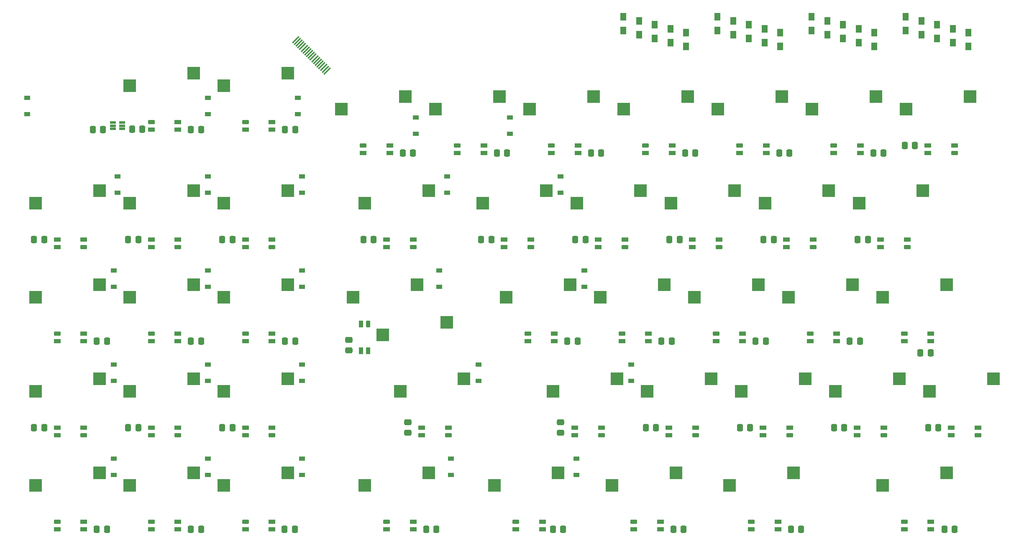
<source format=gbp>
%TF.GenerationSoftware,KiCad,Pcbnew,(6.0.5)*%
%TF.CreationDate,2022-07-20T21:42:13-06:00*%
%TF.ProjectId,kb,6b622e6b-6963-4616-945f-706362585858,rev?*%
%TF.SameCoordinates,Original*%
%TF.FileFunction,Paste,Bot*%
%TF.FilePolarity,Positive*%
%FSLAX46Y46*%
G04 Gerber Fmt 4.6, Leading zero omitted, Abs format (unit mm)*
G04 Created by KiCad (PCBNEW (6.0.5)) date 2022-07-20 21:42:13*
%MOMM*%
%LPD*%
G01*
G04 APERTURE LIST*
G04 Aperture macros list*
%AMRoundRect*
0 Rectangle with rounded corners*
0 $1 Rounding radius*
0 $2 $3 $4 $5 $6 $7 $8 $9 X,Y pos of 4 corners*
0 Add a 4 corners polygon primitive as box body*
4,1,4,$2,$3,$4,$5,$6,$7,$8,$9,$2,$3,0*
0 Add four circle primitives for the rounded corners*
1,1,$1+$1,$2,$3*
1,1,$1+$1,$4,$5*
1,1,$1+$1,$6,$7*
1,1,$1+$1,$8,$9*
0 Add four rect primitives between the rounded corners*
20,1,$1+$1,$2,$3,$4,$5,0*
20,1,$1+$1,$4,$5,$6,$7,0*
20,1,$1+$1,$6,$7,$8,$9,0*
20,1,$1+$1,$8,$9,$2,$3,0*%
%AMRotRect*
0 Rectangle, with rotation*
0 The origin of the aperture is its center*
0 $1 length*
0 $2 width*
0 $3 Rotation angle, in degrees counterclockwise*
0 Add horizontal line*
21,1,$1,$2,0,0,$3*%
G04 Aperture macros list end*
%ADD10R,2.550000X2.500000*%
%ADD11R,1.200000X1.600000*%
%ADD12RoundRect,0.250000X-0.337500X-0.475000X0.337500X-0.475000X0.337500X0.475000X-0.337500X0.475000X0*%
%ADD13R,1.200000X0.900000*%
%ADD14RoundRect,0.250000X0.337500X0.475000X-0.337500X0.475000X-0.337500X-0.475000X0.337500X-0.475000X0*%
%ADD15R,1.400000X0.820000*%
%ADD16RoundRect,0.205000X-0.495000X-0.205000X0.495000X-0.205000X0.495000X0.205000X-0.495000X0.205000X0*%
%ADD17RoundRect,0.205000X0.495000X0.205000X-0.495000X0.205000X-0.495000X-0.205000X0.495000X-0.205000X0*%
%ADD18RoundRect,0.250000X-0.475000X0.337500X-0.475000X-0.337500X0.475000X-0.337500X0.475000X0.337500X0*%
%ADD19R,0.820000X1.400000*%
%ADD20RoundRect,0.205000X0.205000X-0.495000X0.205000X0.495000X-0.205000X0.495000X-0.205000X-0.495000X0*%
%ADD21RotRect,1.900000X0.300000X225.000000*%
%ADD22RoundRect,0.250000X0.475000X-0.337500X0.475000X0.337500X-0.475000X0.337500X-0.475000X-0.337500X0*%
%ADD23RoundRect,0.020000X-0.575000X-0.180000X0.575000X-0.180000X0.575000X0.180000X-0.575000X0.180000X0*%
G04 APERTURE END LIST*
D10*
%TO.C,MX22*%
X125471250Y-106997500D03*
X138398250Y-104457500D03*
%TD*%
D11*
%TO.C,D26*%
X212725000Y-51781250D03*
X212725000Y-54581250D03*
%TD*%
D10*
%TO.C,MX14*%
X139758750Y-87947500D03*
X152685750Y-85407500D03*
%TD*%
%TO.C,MX2*%
X68321250Y-64135000D03*
X81248250Y-61595000D03*
%TD*%
%TO.C,MX24*%
X163571250Y-106997500D03*
X176498250Y-104457500D03*
%TD*%
%TO.C,MX34*%
X192146250Y-126047500D03*
X205073250Y-123507500D03*
%TD*%
%TO.C,MX15*%
X158808750Y-87947500D03*
X171735750Y-85407500D03*
%TD*%
D11*
%TO.C,D25*%
X193675000Y-51781250D03*
X193675000Y-54581250D03*
%TD*%
D10*
%TO.C,MX43*%
X201671250Y-145097500D03*
X214598250Y-142557500D03*
%TD*%
%TO.C,MX18*%
X30221250Y-106997500D03*
X43148250Y-104457500D03*
%TD*%
D11*
%TO.C,D8*%
X206375000Y-50193750D03*
X206375000Y-52993750D03*
%TD*%
D10*
%TO.C,MX7*%
X168333750Y-68897500D03*
X181260750Y-66357500D03*
%TD*%
D11*
%TO.C,D5*%
X149225000Y-50193750D03*
X149225000Y-52993750D03*
%TD*%
D10*
%TO.C,MX26*%
X201671250Y-106997500D03*
X214598250Y-104457500D03*
%TD*%
D11*
%TO.C,D32*%
X158750000Y-52575000D03*
X158750000Y-55375000D03*
%TD*%
D10*
%TO.C,MX10*%
X49271250Y-87947500D03*
X62198250Y-85407500D03*
%TD*%
%TO.C,MX11*%
X68321250Y-87947500D03*
X81248250Y-85407500D03*
%TD*%
%TO.C,MX27*%
X30221250Y-126047500D03*
X43148250Y-123507500D03*
%TD*%
D11*
%TO.C,D35*%
X215900000Y-52575000D03*
X215900000Y-55375000D03*
%TD*%
%TO.C,D44*%
X219075000Y-53368750D03*
X219075000Y-56168750D03*
%TD*%
D10*
%TO.C,MX25*%
X182621250Y-106997500D03*
X195548250Y-104457500D03*
%TD*%
%TO.C,MX21*%
X113447500Y-112077500D03*
X100520500Y-114617500D03*
%TD*%
%TO.C,MX37*%
X49271250Y-145097500D03*
X62198250Y-142557500D03*
%TD*%
D11*
%TO.C,D41*%
X161925000Y-53368750D03*
X161925000Y-56168750D03*
%TD*%
D10*
%TO.C,MX13*%
X120708750Y-87947500D03*
X133635750Y-85407500D03*
%TD*%
%TO.C,MX35*%
X211196250Y-126047500D03*
X224123250Y-123507500D03*
%TD*%
%TO.C,MX28*%
X49271250Y-126047500D03*
X62198250Y-123507500D03*
%TD*%
D11*
%TO.C,D42*%
X180975000Y-53368750D03*
X180975000Y-56168750D03*
%TD*%
%TO.C,D33*%
X177800000Y-52575000D03*
X177800000Y-55375000D03*
%TD*%
D10*
%TO.C,MX21_1*%
X94515000Y-106997500D03*
X107442000Y-104457500D03*
%TD*%
D11*
%TO.C,D14*%
X152400000Y-50987500D03*
X152400000Y-53787500D03*
%TD*%
D10*
%TO.C,MX3*%
X92133750Y-68897500D03*
X105060750Y-66357500D03*
%TD*%
D11*
%TO.C,D7*%
X187325000Y-50193750D03*
X187325000Y-52993750D03*
%TD*%
D10*
%TO.C,MX9*%
X30221250Y-87947500D03*
X43148250Y-85407500D03*
%TD*%
%TO.C,MX1*%
X49271250Y-64135000D03*
X62198250Y-61595000D03*
%TD*%
%TO.C,MX32*%
X154046250Y-126047500D03*
X166973250Y-123507500D03*
%TD*%
D11*
%TO.C,D17*%
X209550000Y-50987500D03*
X209550000Y-53787500D03*
%TD*%
%TO.C,D6*%
X168275000Y-50193750D03*
X168275000Y-52993750D03*
%TD*%
%TO.C,D23*%
X155575000Y-51781250D03*
X155575000Y-54581250D03*
%TD*%
D10*
%TO.C,MX40*%
X123090000Y-145097500D03*
X136017000Y-142557500D03*
%TD*%
%TO.C,MX5*%
X130233750Y-68897500D03*
X143160750Y-66357500D03*
%TD*%
%TO.C,MX39*%
X96896250Y-145097500D03*
X109823250Y-142557500D03*
%TD*%
%TO.C,MX16*%
X177858750Y-87947500D03*
X190785750Y-85407500D03*
%TD*%
%TO.C,MX38*%
X68321250Y-145097500D03*
X81248250Y-142557500D03*
%TD*%
D11*
%TO.C,D16*%
X190500000Y-50987500D03*
X190500000Y-53787500D03*
%TD*%
D10*
%TO.C,MX31*%
X134996250Y-126047500D03*
X147923250Y-123507500D03*
%TD*%
%TO.C,MX8*%
X187383750Y-68897500D03*
X200310750Y-66357500D03*
%TD*%
%TO.C,MX41*%
X146902500Y-145097500D03*
X159829500Y-142557500D03*
%TD*%
%TO.C,MX20*%
X68321250Y-106997500D03*
X81248250Y-104457500D03*
%TD*%
%TO.C,MX17*%
X196908750Y-87947500D03*
X209835750Y-85407500D03*
%TD*%
%TO.C,MX4*%
X111183750Y-68897500D03*
X124110750Y-66357500D03*
%TD*%
D11*
%TO.C,D24*%
X174625000Y-51781250D03*
X174625000Y-54581250D03*
%TD*%
D10*
%TO.C,MX42*%
X170715000Y-145097500D03*
X183642000Y-142557500D03*
%TD*%
%TO.C,MX23*%
X144521250Y-106997500D03*
X157448250Y-104457500D03*
%TD*%
%TO.C,MX33*%
X173096250Y-126047500D03*
X186023250Y-123507500D03*
%TD*%
%TO.C,MX36*%
X30221250Y-145097500D03*
X43148250Y-142557500D03*
%TD*%
D11*
%TO.C,D34*%
X196850000Y-52575000D03*
X196850000Y-55375000D03*
%TD*%
D10*
%TO.C,MX12*%
X96896250Y-87947500D03*
X109823250Y-85407500D03*
%TD*%
D11*
%TO.C,D43*%
X200025000Y-53368750D03*
X200025000Y-56168750D03*
%TD*%
D10*
%TO.C,MX30*%
X104040000Y-126047500D03*
X116967000Y-123507500D03*
%TD*%
%TO.C,MX29*%
X68321250Y-126047500D03*
X81248250Y-123507500D03*
%TD*%
D11*
%TO.C,D15*%
X171450000Y-50987500D03*
X171450000Y-53787500D03*
%TD*%
D10*
%TO.C,MX19*%
X49271250Y-106997500D03*
X62198250Y-104457500D03*
%TD*%
%TO.C,MX6*%
X149283750Y-68897500D03*
X162210750Y-66357500D03*
%TD*%
%TO.C,MX44*%
X206433750Y-68897500D03*
X219360750Y-66357500D03*
%TD*%
D12*
%TO.C,C3*%
X104531250Y-77787500D03*
X106606250Y-77787500D03*
%TD*%
D13*
%TO.C,D12*%
X113506250Y-82487500D03*
X113506250Y-85787500D03*
%TD*%
%TO.C,D38*%
X84137500Y-139637500D03*
X84137500Y-142937500D03*
%TD*%
%TO.C,D39*%
X114300000Y-139637500D03*
X114300000Y-142937500D03*
%TD*%
%TO.C,D36*%
X46037500Y-139637500D03*
X46037500Y-142937500D03*
%TD*%
D14*
%TO.C,C26*%
X211381250Y-118268750D03*
X209306250Y-118268750D03*
%TD*%
D15*
%TO.C,D110*%
X53656250Y-95293750D03*
X53656250Y-96793750D03*
D16*
X59056250Y-96793750D03*
D15*
X59056250Y-95293750D03*
%TD*%
D12*
%TO.C,C46*%
X49762500Y-72898000D03*
X51837500Y-72898000D03*
%TD*%
%TO.C,C8*%
X199781250Y-77787500D03*
X201856250Y-77787500D03*
%TD*%
D15*
%TO.C,D138*%
X78106250Y-153943750D03*
X78106250Y-152443750D03*
D17*
X72706250Y-152443750D03*
D15*
X72706250Y-153943750D03*
%TD*%
%TO.C,D101*%
X59056250Y-72981250D03*
X59056250Y-71481250D03*
D17*
X53656250Y-71481250D03*
D15*
X53656250Y-72981250D03*
%TD*%
D13*
%TO.C,D40*%
X139700000Y-139637500D03*
X139700000Y-142937500D03*
%TD*%
%TO.C,D22*%
X141287500Y-101537500D03*
X141287500Y-104837500D03*
%TD*%
%TO.C,D29*%
X84137500Y-120587500D03*
X84137500Y-123887500D03*
%TD*%
D14*
%TO.C,C34*%
X193918750Y-133350000D03*
X191843750Y-133350000D03*
%TD*%
D15*
%TO.C,D130*%
X108425000Y-133393750D03*
X108425000Y-134893750D03*
D16*
X113825000Y-134893750D03*
D15*
X113825000Y-133393750D03*
%TD*%
D14*
%TO.C,C27*%
X31993750Y-133350000D03*
X29918750Y-133350000D03*
%TD*%
D15*
%TO.C,D117*%
X201293750Y-95293750D03*
X201293750Y-96793750D03*
D16*
X206693750Y-96793750D03*
D15*
X206693750Y-95293750D03*
%TD*%
%TO.C,D144*%
X210818750Y-76243750D03*
X210818750Y-77743750D03*
D16*
X216218750Y-77743750D03*
D15*
X216218750Y-76243750D03*
%TD*%
D14*
%TO.C,C32*%
X155818750Y-133350000D03*
X153743750Y-133350000D03*
%TD*%
D15*
%TO.C,D106*%
X159068750Y-77743750D03*
X159068750Y-76243750D03*
D17*
X153668750Y-76243750D03*
D15*
X153668750Y-77743750D03*
%TD*%
D12*
%TO.C,C40*%
X134947750Y-153987500D03*
X137022750Y-153987500D03*
%TD*%
D15*
%TO.C,D137*%
X59056250Y-153943750D03*
X59056250Y-152443750D03*
D17*
X53656250Y-152443750D03*
D15*
X53656250Y-153943750D03*
%TD*%
D12*
%TO.C,C39*%
X109293750Y-153987500D03*
X111368750Y-153987500D03*
%TD*%
D13*
%TO.C,D28*%
X65087500Y-120587500D03*
X65087500Y-123887500D03*
%TD*%
D15*
%TO.C,D128*%
X53656250Y-133393750D03*
X53656250Y-134893750D03*
D16*
X59056250Y-134893750D03*
D15*
X59056250Y-133393750D03*
%TD*%
%TO.C,D136*%
X40006250Y-153943750D03*
X40006250Y-152443750D03*
D17*
X34606250Y-152443750D03*
D15*
X34606250Y-153943750D03*
%TD*%
%TO.C,D109*%
X34606250Y-95293750D03*
X34606250Y-96793750D03*
D16*
X40006250Y-96793750D03*
D15*
X40006250Y-95293750D03*
%TD*%
%TO.C,D127*%
X34606250Y-133393750D03*
X34606250Y-134893750D03*
D16*
X40006250Y-134893750D03*
D15*
X40006250Y-133393750D03*
%TD*%
%TO.C,D119*%
X59056250Y-115843750D03*
X59056250Y-114343750D03*
D17*
X53656250Y-114343750D03*
D15*
X53656250Y-115843750D03*
%TD*%
D18*
%TO.C,C30*%
X105568750Y-132312500D03*
X105568750Y-134387500D03*
%TD*%
D14*
%TO.C,C17*%
X198681250Y-95250000D03*
X196606250Y-95250000D03*
%TD*%
D15*
%TO.C,D104*%
X120968750Y-77743750D03*
X120968750Y-76243750D03*
D17*
X115568750Y-76243750D03*
D15*
X115568750Y-77743750D03*
%TD*%
D12*
%TO.C,C19*%
X61668750Y-115887500D03*
X63743750Y-115887500D03*
%TD*%
D13*
%TO.C,D4*%
X126206250Y-73881250D03*
X126206250Y-70581250D03*
%TD*%
D12*
%TO.C,C2*%
X80718750Y-73025000D03*
X82793750Y-73025000D03*
%TD*%
D13*
%TO.C,D18*%
X46037500Y-101537500D03*
X46037500Y-104837500D03*
%TD*%
%TO.C,D11*%
X84137500Y-82487500D03*
X84137500Y-85787500D03*
%TD*%
D15*
%TO.C,D114*%
X144143750Y-95293750D03*
X144143750Y-96793750D03*
D16*
X149543750Y-96793750D03*
D15*
X149543750Y-95293750D03*
%TD*%
D12*
%TO.C,C43*%
X214195750Y-153987500D03*
X216270750Y-153987500D03*
%TD*%
%TO.C,C42*%
X183112500Y-153987500D03*
X185187500Y-153987500D03*
%TD*%
D13*
%TO.C,D31*%
X150812500Y-120587500D03*
X150812500Y-123887500D03*
%TD*%
D15*
%TO.C,D132*%
X158431250Y-133393750D03*
X158431250Y-134893750D03*
D16*
X163831250Y-134893750D03*
D15*
X163831250Y-133393750D03*
%TD*%
%TO.C,D108*%
X197168750Y-77743750D03*
X197168750Y-76243750D03*
D17*
X191768750Y-76243750D03*
D15*
X191768750Y-77743750D03*
%TD*%
D13*
%TO.C,D37*%
X65087500Y-139637500D03*
X65087500Y-142937500D03*
%TD*%
D19*
%TO.C,D121*%
X96087500Y-117793750D03*
X97587500Y-117793750D03*
D20*
X97587500Y-112393750D03*
D19*
X96087500Y-112393750D03*
%TD*%
D15*
%TO.C,D112*%
X101281250Y-95293750D03*
X101281250Y-96793750D03*
D16*
X106681250Y-96793750D03*
D15*
X106681250Y-95293750D03*
%TD*%
D12*
%TO.C,C1*%
X61668750Y-73025000D03*
X63743750Y-73025000D03*
%TD*%
%TO.C,C36*%
X42618750Y-153987500D03*
X44693750Y-153987500D03*
%TD*%
D15*
%TO.C,D105*%
X140018750Y-77743750D03*
X140018750Y-76243750D03*
D17*
X134618750Y-76243750D03*
D15*
X134618750Y-77743750D03*
%TD*%
%TO.C,D125*%
X192406250Y-115843750D03*
X192406250Y-114343750D03*
D17*
X187006250Y-114343750D03*
D15*
X187006250Y-115843750D03*
%TD*%
D18*
%TO.C,C31*%
X136525000Y-132312500D03*
X136525000Y-134387500D03*
%TD*%
D21*
%TO.C,J2*%
X89235875Y-61150389D03*
X88882322Y-60796836D03*
X88528769Y-60443282D03*
X88175215Y-60089729D03*
X87821662Y-59736175D03*
X87468108Y-59382622D03*
X87114555Y-59029069D03*
X86761002Y-58675515D03*
X86407448Y-58321962D03*
X86053895Y-57968408D03*
X85700342Y-57614855D03*
X85346788Y-57261302D03*
X84993235Y-56907748D03*
X84639681Y-56554195D03*
X84286128Y-56200642D03*
X83932575Y-55847088D03*
X83579021Y-55493535D03*
X83225468Y-55139981D03*
X82871914Y-54786428D03*
%TD*%
D15*
%TO.C,D139*%
X106681250Y-153943750D03*
X106681250Y-152443750D03*
D17*
X101281250Y-152443750D03*
D15*
X101281250Y-153943750D03*
%TD*%
D14*
%TO.C,C12*%
X98668750Y-95250000D03*
X96593750Y-95250000D03*
%TD*%
D12*
%TO.C,C20*%
X80718750Y-115887500D03*
X82793750Y-115887500D03*
%TD*%
D15*
%TO.C,D113*%
X125093750Y-95293750D03*
X125093750Y-96793750D03*
D16*
X130493750Y-96793750D03*
D15*
X130493750Y-95293750D03*
%TD*%
D22*
%TO.C,C21*%
X93662500Y-117718750D03*
X93662500Y-115643750D03*
%TD*%
D12*
%TO.C,C6*%
X161681250Y-77787500D03*
X163756250Y-77787500D03*
%TD*%
D13*
%TO.C,D0*%
X28575000Y-69912500D03*
X28575000Y-66612500D03*
%TD*%
%TO.C,D30*%
X119856250Y-120587500D03*
X119856250Y-123887500D03*
%TD*%
D14*
%TO.C,C11*%
X70093750Y-95250000D03*
X68018750Y-95250000D03*
%TD*%
D15*
%TO.C,D131*%
X139381250Y-133393750D03*
X139381250Y-134893750D03*
D16*
X144781250Y-134893750D03*
D15*
X144781250Y-133393750D03*
%TD*%
%TO.C,D135*%
X215581250Y-133393750D03*
X215581250Y-134893750D03*
D16*
X220981250Y-134893750D03*
D15*
X220981250Y-133393750D03*
%TD*%
D12*
%TO.C,C22*%
X137868750Y-115887500D03*
X139943750Y-115887500D03*
%TD*%
D15*
%TO.C,D120*%
X78106250Y-115843750D03*
X78106250Y-114343750D03*
D17*
X72706250Y-114343750D03*
D15*
X72706250Y-115843750D03*
%TD*%
%TO.C,D143*%
X211456250Y-153943750D03*
X211456250Y-152443750D03*
D17*
X206056250Y-152443750D03*
D15*
X206056250Y-153943750D03*
%TD*%
D14*
%TO.C,C16*%
X179631250Y-95250000D03*
X177556250Y-95250000D03*
%TD*%
D13*
%TO.C,D1*%
X65087500Y-69912500D03*
X65087500Y-66612500D03*
%TD*%
D12*
%TO.C,C37*%
X61668750Y-153987500D03*
X63743750Y-153987500D03*
%TD*%
D14*
%TO.C,C9*%
X31993750Y-95250000D03*
X29918750Y-95250000D03*
%TD*%
D13*
%TO.C,D21*%
X111918750Y-101537500D03*
X111918750Y-104837500D03*
%TD*%
D12*
%TO.C,C24*%
X175968750Y-115887500D03*
X178043750Y-115887500D03*
%TD*%
D15*
%TO.C,D141*%
X156687500Y-153943750D03*
X156687500Y-152443750D03*
D17*
X151287500Y-152443750D03*
D15*
X151287500Y-153943750D03*
%TD*%
D14*
%TO.C,C35*%
X212968750Y-133350000D03*
X210893750Y-133350000D03*
%TD*%
D15*
%TO.C,D126*%
X211456250Y-115843750D03*
X211456250Y-114343750D03*
D17*
X206056250Y-114343750D03*
D15*
X206056250Y-115843750D03*
%TD*%
D13*
%TO.C,D20*%
X84137500Y-101537500D03*
X84137500Y-104837500D03*
%TD*%
D12*
%TO.C,C4*%
X123581250Y-77787500D03*
X125656250Y-77787500D03*
%TD*%
D13*
%TO.C,D9*%
X46831250Y-82487500D03*
X46831250Y-85787500D03*
%TD*%
D12*
%TO.C,C18*%
X42618750Y-115887500D03*
X44693750Y-115887500D03*
%TD*%
D15*
%TO.C,D134*%
X196531250Y-133393750D03*
X196531250Y-134893750D03*
D16*
X201931250Y-134893750D03*
D15*
X201931250Y-133393750D03*
%TD*%
D13*
%TO.C,D2*%
X83343750Y-69912500D03*
X83343750Y-66612500D03*
%TD*%
%TO.C,D13*%
X136525000Y-82487500D03*
X136525000Y-85787500D03*
%TD*%
D12*
%TO.C,C41*%
X159331750Y-153987500D03*
X161406750Y-153987500D03*
%TD*%
D15*
%TO.C,D116*%
X182243750Y-95293750D03*
X182243750Y-96793750D03*
D16*
X187643750Y-96793750D03*
D15*
X187643750Y-95293750D03*
%TD*%
%TO.C,D140*%
X132875000Y-153943750D03*
X132875000Y-152443750D03*
D17*
X127475000Y-152443750D03*
D15*
X127475000Y-153943750D03*
%TD*%
D14*
%TO.C,C14*%
X141531250Y-95250000D03*
X139456250Y-95250000D03*
%TD*%
D12*
%TO.C,C5*%
X142631250Y-77787500D03*
X144706250Y-77787500D03*
%TD*%
D15*
%TO.C,D124*%
X173356250Y-115843750D03*
X173356250Y-114343750D03*
D17*
X167956250Y-114343750D03*
D15*
X167956250Y-115843750D03*
%TD*%
D14*
%TO.C,C33*%
X174868750Y-133350000D03*
X172793750Y-133350000D03*
%TD*%
D15*
%TO.C,D102*%
X78106250Y-72981250D03*
X78106250Y-71481250D03*
D17*
X72706250Y-71481250D03*
D15*
X72706250Y-72981250D03*
%TD*%
D14*
%TO.C,C15*%
X160581250Y-95250000D03*
X158506250Y-95250000D03*
%TD*%
D15*
%TO.C,D123*%
X154306250Y-115843750D03*
X154306250Y-114343750D03*
D17*
X148906250Y-114343750D03*
D15*
X148906250Y-115843750D03*
%TD*%
D13*
%TO.C,D3*%
X107156250Y-73881250D03*
X107156250Y-70581250D03*
%TD*%
D14*
%TO.C,C13*%
X122481250Y-95250000D03*
X120406250Y-95250000D03*
%TD*%
D12*
%TO.C,C23*%
X156918750Y-115887500D03*
X158993750Y-115887500D03*
%TD*%
D15*
%TO.C,D103*%
X101918750Y-77743750D03*
X101918750Y-76243750D03*
D17*
X96518750Y-76243750D03*
D15*
X96518750Y-77743750D03*
%TD*%
D13*
%TO.C,D19*%
X65087500Y-101537500D03*
X65087500Y-104837500D03*
%TD*%
D15*
%TO.C,D142*%
X180500000Y-153943750D03*
X180500000Y-152443750D03*
D17*
X175100000Y-152443750D03*
D15*
X175100000Y-153943750D03*
%TD*%
%TO.C,D111*%
X72706250Y-95293750D03*
X72706250Y-96793750D03*
D16*
X78106250Y-96793750D03*
D15*
X78106250Y-95293750D03*
%TD*%
D12*
%TO.C,C25*%
X195018750Y-115887500D03*
X197093750Y-115887500D03*
%TD*%
D15*
%TO.C,D118*%
X40006250Y-115843750D03*
X40006250Y-114343750D03*
D17*
X34606250Y-114343750D03*
D15*
X34606250Y-115843750D03*
%TD*%
D23*
%TO.C,U2*%
X45871250Y-72881250D03*
X45871250Y-72231250D03*
X45871250Y-71581250D03*
X47791250Y-71581250D03*
X47791250Y-72231250D03*
X47791250Y-72881250D03*
%TD*%
D14*
%TO.C,C29*%
X70093750Y-133350000D03*
X68018750Y-133350000D03*
%TD*%
D15*
%TO.C,D133*%
X177481250Y-133393750D03*
X177481250Y-134893750D03*
D16*
X182881250Y-134893750D03*
D15*
X182881250Y-133393750D03*
%TD*%
D13*
%TO.C,D27*%
X46037500Y-120587500D03*
X46037500Y-123887500D03*
%TD*%
D15*
%TO.C,D107*%
X178118750Y-77743750D03*
X178118750Y-76243750D03*
D17*
X172718750Y-76243750D03*
D15*
X172718750Y-77743750D03*
%TD*%
%TO.C,D115*%
X163193750Y-95293750D03*
X163193750Y-96793750D03*
D16*
X168593750Y-96793750D03*
D15*
X168593750Y-95293750D03*
%TD*%
D12*
%TO.C,C7*%
X180731250Y-77787500D03*
X182806250Y-77787500D03*
%TD*%
D15*
%TO.C,D122*%
X135256250Y-115843750D03*
X135256250Y-114343750D03*
D17*
X129856250Y-114343750D03*
D15*
X129856250Y-115843750D03*
%TD*%
%TO.C,D129*%
X72706250Y-133393750D03*
X72706250Y-134893750D03*
D16*
X78106250Y-134893750D03*
D15*
X78106250Y-133393750D03*
%TD*%
D12*
%TO.C,C38*%
X80617150Y-153987500D03*
X82692150Y-153987500D03*
%TD*%
D13*
%TO.C,D10*%
X65087500Y-82487500D03*
X65087500Y-85787500D03*
%TD*%
D14*
%TO.C,C45*%
X43900000Y-73025000D03*
X41825000Y-73025000D03*
%TD*%
%TO.C,C28*%
X51043750Y-133350000D03*
X48968750Y-133350000D03*
%TD*%
%TO.C,C10*%
X51043750Y-95250000D03*
X48968750Y-95250000D03*
%TD*%
%TO.C,C44*%
X208206250Y-76200000D03*
X206131250Y-76200000D03*
%TD*%
M02*

</source>
